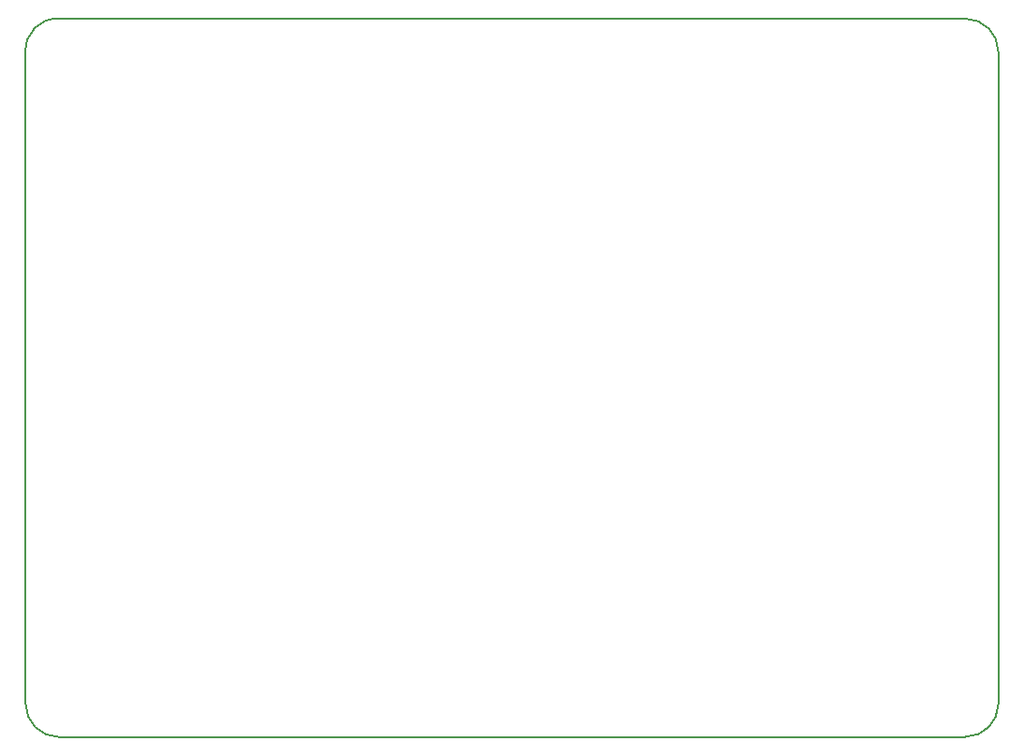
<source format=gbr>
%TF.GenerationSoftware,KiCad,Pcbnew,7.0.2*%
%TF.CreationDate,2023-05-15T17:20:20+02:00*%
%TF.ProjectId,projektkicad,70726f6a-656b-4746-9b69-6361642e6b69,rev?*%
%TF.SameCoordinates,Original*%
%TF.FileFunction,Profile,NP*%
%FSLAX46Y46*%
G04 Gerber Fmt 4.6, Leading zero omitted, Abs format (unit mm)*
G04 Created by KiCad (PCBNEW 7.0.2) date 2023-05-15 17:20:20*
%MOMM*%
%LPD*%
G01*
G04 APERTURE LIST*
%TA.AperFunction,Profile*%
%ADD10C,0.200000*%
%TD*%
G04 APERTURE END LIST*
D10*
X120000000Y-60000000D02*
X202000000Y-60000000D01*
X117000000Y-122000000D02*
G75*
G03*
X120000000Y-125000000I3000000J0D01*
G01*
X202000000Y-125000000D02*
X120000000Y-125000000D01*
X120000000Y-60000000D02*
G75*
G03*
X117000000Y-63000000I-126900J-2873100D01*
G01*
X205000000Y-63000000D02*
X205000000Y-122000000D01*
X205000000Y-63000000D02*
G75*
G03*
X202000000Y-60000000I-3000000J0D01*
G01*
X117000000Y-122000000D02*
X117000000Y-63000000D01*
X202000000Y-125000000D02*
G75*
G03*
X205000000Y-122000000I0J3000000D01*
G01*
M02*

</source>
